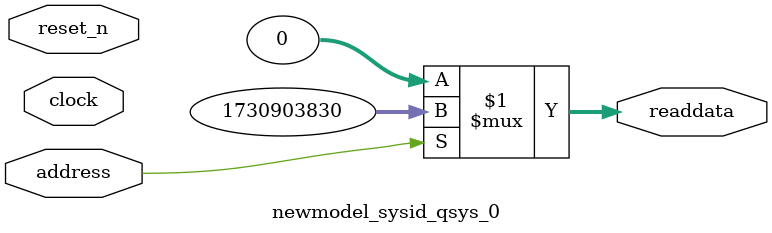
<source format=v>



// synthesis translate_off
`timescale 1ns / 1ps
// synthesis translate_on

// turn off superfluous verilog processor warnings 
// altera message_level Level1 
// altera message_off 10034 10035 10036 10037 10230 10240 10030 

module newmodel_sysid_qsys_0 (
               // inputs:
                address,
                clock,
                reset_n,

               // outputs:
                readdata
             )
;

  output  [ 31: 0] readdata;
  input            address;
  input            clock;
  input            reset_n;

  wire    [ 31: 0] readdata;
  //control_slave, which is an e_avalon_slave
  assign readdata = address ? 1730903830 : 0;

endmodule



</source>
